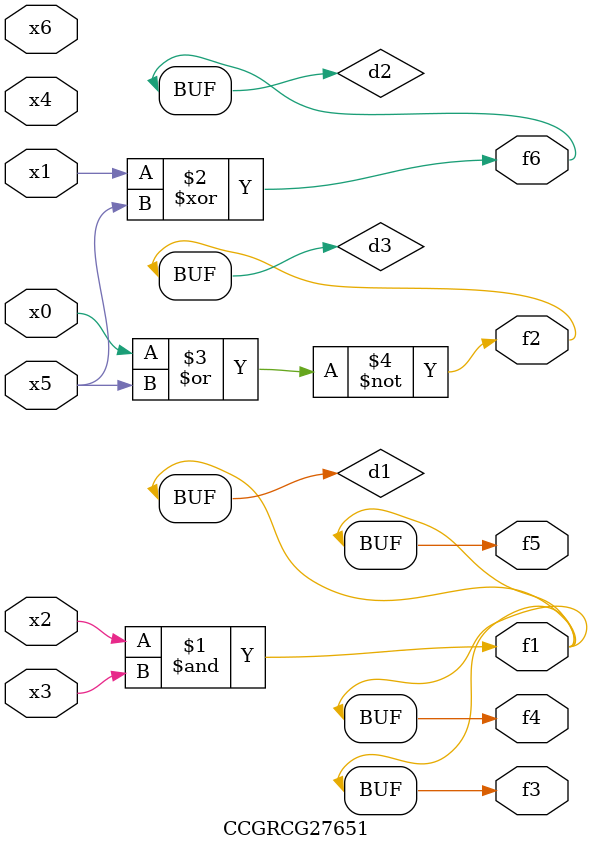
<source format=v>
module CCGRCG27651(
	input x0, x1, x2, x3, x4, x5, x6,
	output f1, f2, f3, f4, f5, f6
);

	wire d1, d2, d3;

	and (d1, x2, x3);
	xor (d2, x1, x5);
	nor (d3, x0, x5);
	assign f1 = d1;
	assign f2 = d3;
	assign f3 = d1;
	assign f4 = d1;
	assign f5 = d1;
	assign f6 = d2;
endmodule

</source>
